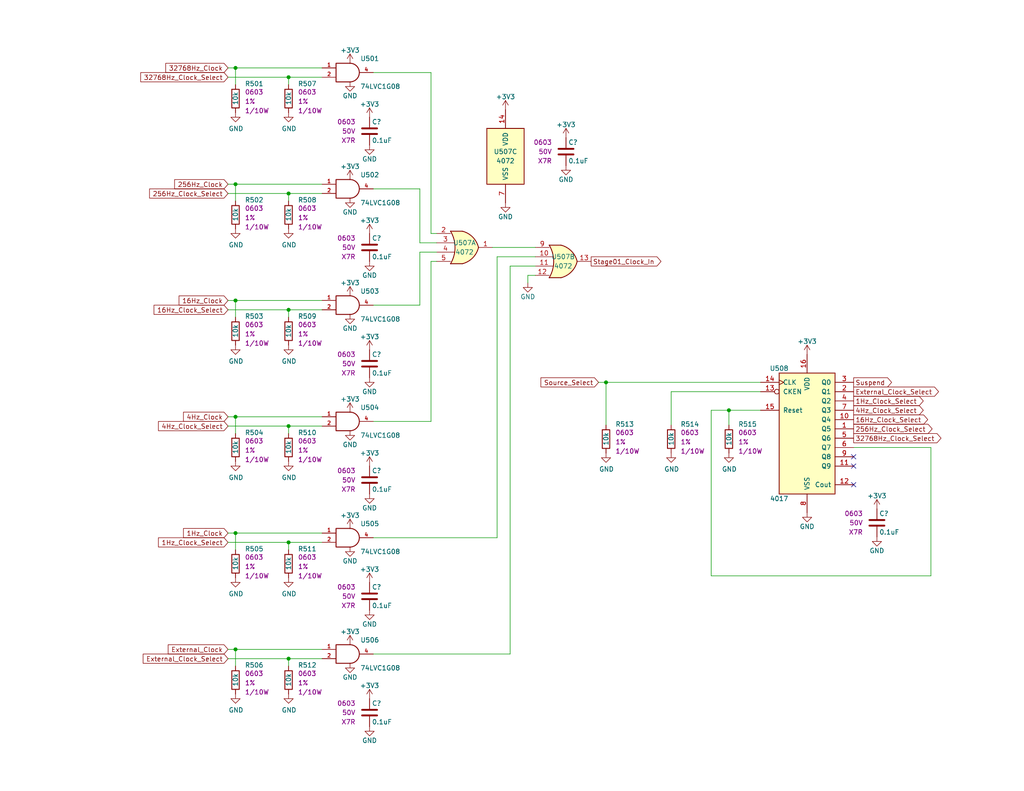
<source format=kicad_sch>
(kicad_sch (version 20230121) (generator eeschema)
  (paper "A")
  (title_block (title "Stopwatch") (date "2024-01-02") (rev "A") (company "Drew Maatman"))
  (lib_symbols
    (symbol "4xxx:4017" (pin_names (offset 1.016))
      (property "Reference" "U" (at -7.62 16.51 0))
      (property "Value" "4017" (at -7.62 -19.05 0))
      (symbol "4017_1_0"
        (pin output line (at 12.7 0 180) (length 5.08) (name "Q5") (number "1"))
        (pin output line (at 12.7 2.54 180) (length 5.08) (name "Q4") (number "10"))
        (pin output line (at 12.7 -10.16 180) (length 5.08) (name "Q9") (number "11"))
        (pin output line (at 12.7 -15.24 180) (length 5.08) (name "Cout") (number "12"))
        (pin input inverted (at -12.7 10.16 0) (length 5.08) (name "CKEN") (number "13"))
        (pin input clock (at -12.7 12.7 0) (length 5.08) (name "CLK") (number "14"))
        (pin input line (at -12.7 5.08 0) (length 5.08) (name "Reset") (number "15"))
        (pin power_in line (at 0 20.32 270) (length 5.08) (name "VDD") (number "16"))
        (pin output line (at 12.7 10.16 180) (length 5.08) (name "Q1") (number "2"))
        (pin output line (at 12.7 12.7 180) (length 5.08) (name "Q0") (number "3"))
        (pin output line (at 12.7 7.62 180) (length 5.08) (name "Q2") (number "4"))
        (pin output line (at 12.7 -2.54 180) (length 5.08) (name "Q6") (number "5"))
        (pin output line (at 12.7 -5.08 180) (length 5.08) (name "Q7") (number "6"))
        (pin output line (at 12.7 5.08 180) (length 5.08) (name "Q3") (number "7"))
        (pin power_in line (at 0 -22.86 90) (length 5.08) (name "VSS") (number "8"))
        (pin output line (at 12.7 -7.62 180) (length 5.08) (name "Q8") (number "9"))
      )
      (symbol "4017_1_1"
        (rectangle (start -7.62 15.24) (end 7.62 -17.78) (stroke (width 0.254)) (fill (type background)))
      )
    )
    (symbol "4xxx:4072" (pin_names (offset 1.016))
      (property "Reference" "U" (at 0 1.27 0))
      (property "Value" "4072" (at 0 -1.27 0))
      (symbol "4072_1_1"
        (arc (start -3.81 -4.445) (mid -2.5908 0) (end -3.81 4.445) (stroke (width 0.254)))
        (arc (start -0.6096 -4.445) (mid 2.2246 -2.8422) (end 3.81 0) (stroke (width 0.254)) (fill (type background)))
        (polyline (pts (xy -3.81 -4.445) (xy -0.635 -4.445)) (stroke (width 0.254)) (fill (type background)))
        (polyline (pts (xy -3.81 4.445) (xy -0.635 4.445)) (stroke (width 0.254)) (fill (type background)))
        (polyline (pts (xy -0.635 4.445) (xy -3.81 4.445) (xy -3.81 4.445) (xy -3.6322 4.0894) (xy -3.0988 2.921) (xy -2.7686 1.6764) (xy -2.6162 0.4318) (xy -2.6416 -0.8636) (xy -2.8702 -2.1082) (xy -3.2512 -3.3274) (xy -3.81 -4.445) (xy -3.81 -4.445) (xy -0.635 -4.445)) (stroke (width -25.4)) (fill (type background)))
        (arc (start 3.81 0) (mid 2.2204 2.8379) (end -0.6096 4.445) (stroke (width 0.254)) (fill (type background)))
        (pin output line (at 7.62 0 180) (length 3.81) (name "~") (number "1"))
        (pin input line (at -7.62 3.81 0) (length 3.81) (name "~") (number "2"))
        (pin input line (at -7.62 1.27 0) (length 4.826) (name "~") (number "3"))
        (pin input line (at -7.62 -1.27 0) (length 4.826) (name "~") (number "4"))
        (pin input line (at -7.62 -3.81 0) (length 3.81) (name "~") (number "5"))
      )
      (symbol "4072_1_2"
        (arc (start -0.635 -4.445) (mid 3.7907 0) (end -0.635 4.445) (stroke (width 0.254)) (fill (type background)))
        (polyline (pts (xy -0.635 4.445) (xy -3.81 4.445) (xy -3.81 -4.445) (xy -0.635 -4.445)) (stroke (width 0.254)) (fill (type background)))
        (pin output inverted (at 7.62 0 180) (length 3.81) (name "~") (number "1"))
        (pin input inverted (at -7.62 3.81 0) (length 3.81) (name "~") (number "2"))
        (pin input inverted (at -7.62 1.27 0) (length 3.81) (name "~") (number "3"))
        (pin input inverted (at -7.62 -1.27 0) (length 3.81) (name "~") (number "4"))
        (pin input inverted (at -7.62 -3.81 0) (length 3.81) (name "~") (number "5"))
      )
      (symbol "4072_2_1"
        (arc (start -3.81 -4.445) (mid -2.5908 0) (end -3.81 4.445) (stroke (width 0.254)))
        (arc (start -0.6096 -4.445) (mid 2.2246 -2.8422) (end 3.81 0) (stroke (width 0.254)) (fill (type background)))
        (polyline (pts (xy -3.81 -4.445) (xy -0.635 -4.445)) (stroke (width 0.254)) (fill (type background)))
        (polyline (pts (xy -3.81 4.445) (xy -0.635 4.445)) (stroke (width 0.254)) (fill (type background)))
        (polyline (pts (xy -0.635 4.445) (xy -3.81 4.445) (xy -3.81 4.445) (xy -3.6322 4.0894) (xy -3.0988 2.921) (xy -2.7686 1.6764) (xy -2.6162 0.4318) (xy -2.6416 -0.8636) (xy -2.8702 -2.1082) (xy -3.2512 -3.3274) (xy -3.81 -4.445) (xy -3.81 -4.445) (xy -0.635 -4.445)) (stroke (width -25.4)) (fill (type background)))
        (arc (start 3.81 0) (mid 2.2204 2.8379) (end -0.6096 4.445) (stroke (width 0.254)) (fill (type background)))
        (pin input line (at -7.62 1.27 0) (length 4.826) (name "~") (number "10"))
        (pin input line (at -7.62 -1.27 0) (length 4.826) (name "~") (number "11"))
        (pin input line (at -7.62 -3.81 0) (length 3.81) (name "~") (number "12"))
        (pin output line (at 7.62 0 180) (length 3.81) (name "~") (number "13"))
        (pin input line (at -7.62 3.81 0) (length 3.81) (name "~") (number "9"))
      )
      (symbol "4072_2_2"
        (arc (start -0.635 -4.445) (mid 3.7907 0) (end -0.635 4.445) (stroke (width 0.254)) (fill (type background)))
        (polyline (pts (xy -0.635 4.445) (xy -3.81 4.445) (xy -3.81 -4.445) (xy -0.635 -4.445)) (stroke (width 0.254)) (fill (type background)))
        (pin input inverted (at -7.62 1.27 0) (length 3.81) (name "~") (number "10"))
        (pin input inverted (at -7.62 -1.27 0) (length 3.81) (name "~") (number "11"))
        (pin input inverted (at -7.62 -3.81 0) (length 3.81) (name "~") (number "12"))
        (pin output inverted (at 7.62 0 180) (length 3.81) (name "~") (number "13"))
        (pin input inverted (at -7.62 3.81 0) (length 3.81) (name "~") (number "9"))
      )
      (symbol "4072_3_0"
        (pin power_in line (at 0 12.7 270) (length 5.08) (name "VDD") (number "14"))
        (pin power_in line (at 0 -12.7 90) (length 5.08) (name "VSS") (number "7"))
      )
      (symbol "4072_3_1"
        (rectangle (start -5.08 7.62) (end 5.08 -7.62) (stroke (width 0.254)) (fill (type background)))
      )
    )
    (symbol "Custom_Library:74LVC1G08_SON6" (pin_names (offset 1.016) hide)
      (property "Reference" "U" (at 3.81 3.81 0))
      (property "Value" "74LVC1G08_SON6" (at 3.81 -3.81 0))
      (symbol "74LVC1G08_SON6_0_1"
        (arc (start 0 -2.54) (mid 2.529 0) (end 0 2.54) (stroke (width 0.254)))
        (polyline (pts (xy 0 -2.54) (xy -3.81 -2.54) (xy -3.81 2.54) (xy 0 2.54)) (stroke (width 0.254)))
      )
      (symbol "74LVC1G08_SON6_1_1"
        (pin input line (at -7.62 1.27 0) (length 3.81) (name "~") (number "1"))
        (pin input line (at -7.62 -1.27 0) (length 3.81) (name "~") (number "2"))
        (pin power_in line (at 0 -2.54 270) (length 0) (name "GND") (number "3"))
        (pin output line (at 6.35 0 180) (length 3.81) (name "~") (number "4"))
        (pin no_connect line (at -2.54 2.54 90) (length 0) hide (name "NC") (number "5"))
        (pin power_in line (at 0 2.54 90) (length 0) (name "VCC") (number "6"))
      )
    )
    (symbol "Custom_Library:C_Custom" (pin_numbers hide) (pin_names (offset 0.254))
      (property "Reference" "C" (at 0.635 2.54 0))
      (property "Value" "C_Custom" (at 0.635 -2.54 0))
      (property "display_footprint" "Foot" (at -3.81 2.54 0))
      (property "Voltage" "V" (at -3.81 0 0))
      (property "Dielectric" "Er" (at -3.81 -2.54 0))
      (symbol "C_Custom_0_1"
        (polyline (pts (xy -2.032 -0.762) (xy 2.032 -0.762)) (stroke (width 0.508)))
        (polyline (pts (xy -2.032 0.762) (xy 2.032 0.762)) (stroke (width 0.508)))
      )
      (symbol "C_Custom_1_1"
        (pin passive line (at 0 3.81 270) (length 2.794) (name "~") (number "1"))
        (pin passive line (at 0 -3.81 90) (length 2.794) (name "~") (number "2"))
      )
    )
    (symbol "Custom_Library:R_Custom" (pin_numbers hide) (pin_names (offset 1.016) hide)
      (property "Reference" "R" (at -2.54 0 90))
      (property "Value" "R_Custom" (at 0 0 90))
      (property "display_footprint" "Foot" (at 2.54 0 90))
      (property "Tolerance" "Tol" (at 5.08 0 90))
      (property "Wattage" "W" (at 7.62 0 90))
      (symbol "R_Custom_0_1"
        (rectangle (start 1.016 2.54) (end -1.016 -2.54) (stroke (width 0.254)))
      )
      (symbol "R_Custom_1_1"
        (pin passive line (at 0 3.81 270) (length 1.27) (name "1") (number "1"))
        (pin passive line (at 0 -3.81 90) (length 1.27) (name "2") (number "2"))
      )
    )
    (symbol "Incrementor-rescue:+3.3V-power" (power) (pin_names (offset 0))
      (property "Value" "+3.3V-power" (at 0 3.556 0))
      (symbol "+3.3V-power_0_1"
        (polyline (pts (xy -0.762 1.27) (xy 0 2.54)))
        (polyline (pts (xy 0 0) (xy 0 2.54)))
        (polyline (pts (xy 0 2.54) (xy 0.762 1.27)))
      )
      (symbol "+3.3V-power_1_1"
        (pin power_in line (at 0 0 90) (length 0) hide (name "+3V3") (number "1"))
      )
    )
    (symbol "power:GND" (power) (pin_names (offset 0))
      (property "Value" "GND" (at 0 -3.81 0))
      (symbol "GND_0_1"
        (polyline (pts (xy 0 0) (xy 0 -1.27) (xy 1.27 -1.27) (xy 0 -2.54) (xy -1.27 -1.27) (xy 0 -1.27)))
      )
      (symbol "GND_1_1"
        (pin power_in line (at 0 0 270) (length 0) hide (name "GND") (number "1"))
      )
    )
  )
  (junction (at 64.262 177.292))
  (junction (at 78.74 179.832))
  (junction (at 78.74 52.832))
  (junction (at 78.74 21.082))
  (junction (at 64.262 50.292))
  (junction (at 165.354 104.394))
  (junction (at 78.74 148.082))
  (junction (at 198.882 112.014))
  (junction (at 64.262 145.542))
  (junction (at 78.74 116.332))
  (junction (at 64.262 18.542))
  (junction (at 64.262 82.042))
  (junction (at 78.74 84.582))
  (junction (at 64.262 113.792))
  (no_connect (at 232.918 124.714))
  (no_connect (at 232.918 127.254))
  (no_connect (at 232.918 132.334))
  (wire (pts (xy 64.262 177.292) (xy 64.262 181.864)))
  (wire (pts (xy 117.602 63.754) (xy 117.602 19.812)))
  (wire (pts (xy 87.884 145.542) (xy 64.262 145.542)))
  (wire (pts (xy 87.884 177.292) (xy 64.262 177.292)))
  (wire (pts (xy 64.262 82.042) (xy 64.262 86.614)))
  (wire (pts (xy 64.262 50.292) (xy 64.262 54.864)))
  (wire (pts (xy 139.192 72.644) (xy 139.192 178.562)))
  (wire (pts (xy 62.23 21.082) (xy 78.74 21.082)))
  (wire (pts (xy 144.018 75.184) (xy 144.018 77.216)))
  (wire (pts (xy 62.23 50.292) (xy 64.262 50.292)))
  (wire (pts (xy 198.882 112.014) (xy 198.882 116.078)))
  (wire (pts (xy 194.056 157.226) (xy 194.056 112.014)))
  (wire (pts (xy 62.23 177.292) (xy 64.262 177.292)))
  (wire (pts (xy 78.74 84.582) (xy 78.74 86.614)))
  (wire (pts (xy 163.322 104.394) (xy 165.354 104.394)))
  (wire (pts (xy 207.518 106.934) (xy 183.134 106.934)))
  (wire (pts (xy 87.884 113.792) (xy 64.262 113.792)))
  (wire (pts (xy 87.884 116.332) (xy 78.74 116.332)))
  (wire (pts (xy 207.518 104.394) (xy 165.354 104.394)))
  (wire (pts (xy 87.884 148.082) (xy 78.74 148.082)))
  (wire (pts (xy 78.74 179.832) (xy 78.74 181.864)))
  (wire (pts (xy 165.354 104.394) (xy 165.354 116.078)))
  (wire (pts (xy 87.884 18.542) (xy 64.262 18.542)))
  (wire (pts (xy 183.134 106.934) (xy 183.134 116.078)))
  (wire (pts (xy 62.23 116.332) (xy 78.74 116.332)))
  (wire (pts (xy 146.05 70.104) (xy 135.636 70.104)))
  (wire (pts (xy 87.884 179.832) (xy 78.74 179.832)))
  (wire (pts (xy 135.636 146.812) (xy 101.854 146.812)))
  (wire (pts (xy 254 122.174) (xy 254 157.226)))
  (wire (pts (xy 135.636 70.104) (xy 135.636 146.812)))
  (wire (pts (xy 117.602 71.374) (xy 117.602 115.062)))
  (wire (pts (xy 62.23 52.832) (xy 78.74 52.832)))
  (wire (pts (xy 119.126 66.294) (xy 114.554 66.294)))
  (wire (pts (xy 62.23 18.542) (xy 64.262 18.542)))
  (wire (pts (xy 146.05 72.644) (xy 139.192 72.644)))
  (wire (pts (xy 114.554 66.294) (xy 114.554 51.562)))
  (wire (pts (xy 62.23 145.542) (xy 64.262 145.542)))
  (wire (pts (xy 117.602 115.062) (xy 101.854 115.062)))
  (wire (pts (xy 87.884 52.832) (xy 78.74 52.832)))
  (wire (pts (xy 64.262 145.542) (xy 64.262 150.114)))
  (wire (pts (xy 78.74 148.082) (xy 78.74 150.114)))
  (wire (pts (xy 114.554 51.562) (xy 101.854 51.562)))
  (wire (pts (xy 254 157.226) (xy 194.056 157.226)))
  (wire (pts (xy 114.554 68.834) (xy 114.554 83.312)))
  (wire (pts (xy 146.05 75.184) (xy 144.018 75.184)))
  (wire (pts (xy 62.23 113.792) (xy 64.262 113.792)))
  (wire (pts (xy 62.23 82.042) (xy 64.262 82.042)))
  (wire (pts (xy 194.056 112.014) (xy 198.882 112.014)))
  (wire (pts (xy 146.05 67.564) (xy 134.366 67.564)))
  (wire (pts (xy 139.192 178.562) (xy 101.854 178.562)))
  (wire (pts (xy 78.74 21.082) (xy 78.74 23.114)))
  (wire (pts (xy 232.918 122.174) (xy 254 122.174)))
  (wire (pts (xy 64.262 18.542) (xy 64.262 23.114)))
  (wire (pts (xy 87.884 21.082) (xy 78.74 21.082)))
  (wire (pts (xy 87.884 84.582) (xy 78.74 84.582)))
  (wire (pts (xy 87.884 82.042) (xy 64.262 82.042)))
  (wire (pts (xy 119.126 68.834) (xy 114.554 68.834)))
  (wire (pts (xy 78.74 116.332) (xy 78.74 118.364)))
  (wire (pts (xy 87.884 50.292) (xy 64.262 50.292)))
  (wire (pts (xy 64.262 113.792) (xy 64.262 118.364)))
  (wire (pts (xy 119.126 63.754) (xy 117.602 63.754)))
  (wire (pts (xy 207.518 112.014) (xy 198.882 112.014)))
  (wire (pts (xy 62.23 148.082) (xy 78.74 148.082)))
  (wire (pts (xy 117.602 19.812) (xy 101.854 19.812)))
  (wire (pts (xy 119.126 71.374) (xy 117.602 71.374)))
  (wire (pts (xy 114.554 83.312) (xy 101.854 83.312)))
  (wire (pts (xy 62.23 179.832) (xy 78.74 179.832)))
  (wire (pts (xy 78.74 52.832) (xy 78.74 54.864)))
  (wire (pts (xy 62.23 84.582) (xy 78.74 84.582)))
  (global_label "4Hz_Clock_Select" (shape input) (at 62.23 116.332 180) (property "Intersheetrefs" "${INTERSHEET_REFS}" (effects hide)))
  (global_label "32768Hz_Clock_Select" (shape output) (at 232.918 119.634 0) (property "Intersheetrefs" "${INTERSHEET_REFS}" (effects hide)))
  (global_label "Suspend" (shape output) (at 232.918 104.394 0) (property "Intersheetrefs" "${INTERSHEET_REFS}" (effects hide)))
  (global_label "1Hz_Clock_Select" (shape input) (at 62.23 148.082 180) (property "Intersheetrefs" "${INTERSHEET_REFS}" (effects hide)))
  (global_label "4Hz_Clock_Select" (shape output) (at 232.918 112.014 0) (property "Intersheetrefs" "${INTERSHEET_REFS}" (effects hide)))
  (global_label "1Hz_Clock" (shape input) (at 62.23 145.542 180) (property "Intersheetrefs" "${INTERSHEET_REFS}" (effects hide)))
  (global_label "External_Clock_Select" (shape output) (at 232.918 106.934 0) (property "Intersheetrefs" "${INTERSHEET_REFS}" (effects hide)))
  (global_label "32768Hz_Clock" (shape input) (at 62.23 18.542 180) (property "Intersheetrefs" "${INTERSHEET_REFS}" (effects hide)))
  (global_label "1Hz_Clock_Select" (shape output) (at 232.918 109.474 0) (property "Intersheetrefs" "${INTERSHEET_REFS}" (effects hide)))
  (global_label "16Hz_Clock" (shape input) (at 62.23 82.042 180) (property "Intersheetrefs" "${INTERSHEET_REFS}" (effects hide)))
  (global_label "Source_Select" (shape input) (at 163.322 104.394 180) (property "Intersheetrefs" "${INTERSHEET_REFS}" (effects hide)))
  (global_label "16Hz_Clock_Select" (shape input) (at 62.23 84.582 180) (property "Intersheetrefs" "${INTERSHEET_REFS}" (effects hide)))
  (global_label "Stage01_Clock_In" (shape output) (at 161.29 71.374 0) (property "Intersheetrefs" "${INTERSHEET_REFS}" (effects hide)))
  (global_label "External_Clock" (shape input) (at 62.23 177.292 180) (property "Intersheetrefs" "${INTERSHEET_REFS}" (effects hide)))
  (global_label "256Hz_Clock_Select" (shape input) (at 62.23 52.832 180) (property "Intersheetrefs" "${INTERSHEET_REFS}" (effects hide)))
  (global_label "External_Clock_Select" (shape input) (at 62.23 179.832 180) (property "Intersheetrefs" "${INTERSHEET_REFS}" (effects hide)))
  (global_label "256Hz_Clock_Select" (shape output) (at 232.918 117.094 0) (property "Intersheetrefs" "${INTERSHEET_REFS}" (effects hide)))
  (global_label "256Hz_Clock" (shape input) (at 62.23 50.292 180) (property "Intersheetrefs" "${INTERSHEET_REFS}" (effects hide)))
  (global_label "16Hz_Clock_Select" (shape output) (at 232.918 114.554 0) (property "Intersheetrefs" "${INTERSHEET_REFS}" (effects hide)))
  (global_label "4Hz_Clock" (shape input) (at 62.23 113.792 180) (property "Intersheetrefs" "${INTERSHEET_REFS}" (effects hide)))
  (global_label "32768Hz_Clock_Select" (shape input) (at 62.23 21.082 180) (property "Intersheetrefs" "${INTERSHEET_REFS}" (effects hide)))
  (symbol (lib_id "4xxx:4017") (at 220.218 117.094 0) (unit 1)
    (property "Reference" "U508" (at 212.598 100.584 0))
    (property "Value" "4017" (at 212.598 136.144 0))
    (property "Footprint" "Custom Footprints Library:DHVQFN16-1ep_3p5x2p5mm" (effects hide))
    (property "Datasheet" "http://www.intersil.com/content/dam/Intersil/documents/cd40/cd4017bms-22bms.pdf" (effects hide))
    (property "Digi-Key PN" "1727-7943-1-ND" (effects hide))
  )
  (symbol (lib_id "power:GND") (at 220.218 139.954 0) (unit 1)
    (property "Reference" "#PWR0546" (effects hide))
    (property "Value" "GND" (at 220.218 143.764 0))
  )
  (symbol (lib_id "Custom_Library:74LVC1G08_SON6") (at 95.504 83.312 0) (unit 1)
    (property "Reference" "U503" (at 98.298 79.502 0) (effects (justify left)))
    (property "Value" "74LVC1G08" (at 98.298 87.122 0) (effects (justify left)))
    (property "Footprint" "Package_SON:Fairchild_MicroPak2-6_1.0x1.0mm_P0.35mm" (effects hide))
    (property "Datasheet" "http://www.ti.com/lit/sg/scyt129e/scyt129e.pdf" (effects hide))
    (property "Digi-Key PN" "296-28375-1-ND" (effects hide))
  )
  (symbol (lib_id "power:GND") (at 95.504 85.852 0) (unit 1)
    (property "Reference" "#PWR0518" (effects hide))
    (property "Value" "GND" (at 95.504 89.662 0))
  )
  (symbol (lib_id "Incrementor-rescue:+3.3V-power") (at 95.504 80.772 0) (unit 1)
    (property "Reference" "#PWR0517" (effects hide))
    (property "Value" "+3.3V" (at 95.504 77.216 0))
  )
  (symbol (lib_id "Custom_Library:R_Custom") (at 78.74 90.424 0) (unit 1)
    (property "Reference" "R509" (at 81.28 86.36 0) (effects (justify left)))
    (property "Value" "10k" (at 78.74 92.202 90) (effects (justify left)))
    (property "Footprint" "Resistors_SMD:R_0603" (effects hide))
    (property "display_footprint" "0603" (at 81.28 88.646 0) (effects (justify left)))
    (property "Tolerance" "1%" (at 81.28 91.186 0) (effects (justify left)))
    (property "Wattage" "1/10W" (at 81.28 93.726 0) (effects (justify left)))
    (property "Digi-Key PN" "RMCF0603FT10K0CT-ND" (effects hide))
    (instances (project "Stopwatch" (path "" (reference "R509") (unit 1)) (path "" (reference "R?") (unit 1))))
  )
  (symbol (lib_id "power:GND") (at 78.74 94.234 0) (unit 1)
    (property "Reference" "#PWR0509" (effects hide))
    (property "Value" "GND" (at 78.867 98.6282 0))
    (instances (project "Stopwatch" (path "" (reference "#PWR0509") (unit 1)) (path "" (reference "#PWR?") (unit 1))))
  )
  (symbol (lib_id "Custom_Library:R_Custom") (at 64.262 90.424 0) (unit 1)
    (property "Reference" "R503" (at 66.802 86.36 0) (effects (justify left)))
    (property "Value" "10k" (at 64.262 92.202 90) (effects (justify left)))
    (property "Footprint" "Resistors_SMD:R_0603" (effects hide))
    (property "display_footprint" "0603" (at 66.802 88.646 0) (effects (justify left)))
    (property "Tolerance" "1%" (at 66.802 91.186 0) (effects (justify left)))
    (property "Wattage" "1/10W" (at 66.802 93.726 0) (effects (justify left)))
    (property "Digi-Key PN" "RMCF0603FT10K0CT-ND" (effects hide))
    (instances (project "Stopwatch" (path "" (reference "R503") (unit 1)) (path "" (reference "R?") (unit 1))))
  )
  (symbol (lib_id "power:GND") (at 64.262 94.234 0) (unit 1)
    (property "Reference" "#PWR0503" (effects hide))
    (property "Value" "GND" (at 64.389 98.6282 0))
    (instances (project "Stopwatch" (path "" (reference "#PWR0503") (unit 1)) (path "" (reference "#PWR?") (unit 1))))
  )
  (symbol (lib_id "Custom_Library:C_Custom") (at 100.838 99.314 0) (unit 1)
    (property "Reference" "C?" (at 101.473 96.774 0) (effects (justify left)))
    (property "Value" "0.1uF" (at 101.473 101.854 0) (effects (justify left)))
    (property "Footprint" "Capacitors_SMD:C_0603" (effects hide))
    (property "display_footprint" "0603" (at 97.028 96.774 0) (effects (justify right)))
    (property "Voltage" "50V" (at 97.028 99.314 0) (effects (justify right)))
    (property "Dielectric" "X7R" (at 97.028 101.854 0) (effects (justify right)))
    (property "Digi-Key PN" "311-1344-1-ND" (effects hide))
    (instances (project "Stopwatch" (path "" (reference "C?") (unit 1)) (path "" (reference "C?") (unit 1)) (path "" (reference "C503") (unit 1))))
  )
  (symbol (lib_id "power:GND") (at 100.838 103.124 0) (unit 1)
    (property "Reference" "#PWR0530" (effects hide))
    (property "Value" "GND" (at 100.838 106.934 0))
  )
  (symbol (lib_id "Incrementor-rescue:+3.3V-power") (at 100.838 95.504 0) (unit 1)
    (property "Reference" "#PWR0529" (effects hide))
    (property "Value" "+3.3V" (at 100.838 91.948 0))
  )
  (symbol (lib_id "Incrementor-rescue:+3.3V-power") (at 220.218 96.774 0) (unit 1)
    (property "Reference" "#PWR0545" (effects hide))
    (property "Value" "+3.3V" (at 220.218 93.218 0))
  )
  (symbol (lib_id "Custom_Library:R_Custom") (at 198.882 119.888 0) (unit 1)
    (property "Reference" "R515" (at 201.422 115.824 0) (effects (justify left)))
    (property "Value" "10k" (at 198.882 121.666 90) (effects (justify left)))
    (property "Footprint" "Resistors_SMD:R_0603" (effects hide))
    (property "display_footprint" "0603" (at 201.422 118.11 0) (effects (justify left)))
    (property "Tolerance" "1%" (at 201.422 120.65 0) (effects (justify left)))
    (property "Wattage" "1/10W" (at 201.422 123.19 0) (effects (justify left)))
    (property "Digi-Key PN" "RMCF0603FT10K0CT-ND" (effects hide))
    (instances (project "Stopwatch" (path "" (reference "R515") (unit 1)) (path "" (reference "R?") (unit 1))))
  )
  (symbol (lib_id "power:GND") (at 198.882 123.698 0) (unit 1)
    (property "Reference" "#PWR0544" (effects hide))
    (property "Value" "GND" (at 199.009 128.0922 0))
    (instances (project "Stopwatch" (path "" (reference "#PWR0544") (unit 1)) (path "" (reference "#PWR?") (unit 1))))
  )
  (symbol (lib_id "Custom_Library:R_Custom") (at 183.134 119.888 0) (unit 1)
    (property "Reference" "R514" (at 185.674 115.824 0) (effects (justify left)))
    (property "Value" "10k" (at 183.134 121.666 90) (effects (justify left)))
    (property "Footprint" "Resistors_SMD:R_0603" (effects hide))
    (property "display_footprint" "0603" (at 185.674 118.11 0) (effects (justify left)))
    (property "Tolerance" "1%" (at 185.674 120.65 0) (effects (justify left)))
    (property "Wattage" "1/10W" (at 185.674 123.19 0) (effects (justify left)))
    (property "Digi-Key PN" "RMCF0603FT10K0CT-ND" (effects hide))
    (instances (project "Stopwatch" (path "" (reference "R514") (unit 1)) (path "" (reference "R?") (unit 1))))
  )
  (symbol (lib_id "power:GND") (at 183.134 123.698 0) (unit 1)
    (property "Reference" "#PWR0543" (effects hide))
    (property "Value" "GND" (at 183.261 128.0922 0))
    (instances (project "Stopwatch" (path "" (reference "#PWR0543") (unit 1)) (path "" (reference "#PWR?") (unit 1))))
  )
  (symbol (lib_id "Custom_Library:R_Custom") (at 165.354 119.888 0) (unit 1)
    (property "Reference" "R513" (at 167.894 115.824 0) (effects (justify left)))
    (property "Value" "10k" (at 165.354 121.666 90) (effects (justify left)))
    (property "Footprint" "Resistors_SMD:R_0603" (effects hide))
    (property "display_footprint" "0603" (at 167.894 118.11 0) (effects (justify left)))
    (property "Tolerance" "1%" (at 167.894 120.65 0) (effects (justify left)))
    (property "Wattage" "1/10W" (at 167.894 123.19 0) (effects (justify left)))
    (property "Digi-Key PN" "RMCF0603FT10K0CT-ND" (effects hide))
    (instances (project "Stopwatch" (path "" (reference "R513") (unit 1)) (path "" (reference "R?") (unit 1))))
  )
  (symbol (lib_id "power:GND") (at 165.354 123.698 0) (unit 1)
    (property "Reference" "#PWR0542" (effects hide))
    (property "Value" "GND" (at 165.481 128.0922 0))
    (instances (project "Stopwatch" (path "" (reference "#PWR0542") (unit 1)) (path "" (reference "#PWR?") (unit 1))))
  )
  (symbol (lib_id "Custom_Library:74LVC1G08_SON6") (at 95.504 115.062 0) (unit 1)
    (property "Reference" "U504" (at 98.298 111.252 0) (effects (justify left)))
    (property "Value" "74LVC1G08" (at 98.298 118.872 0) (effects (justify left)))
    (property "Footprint" "Package_SON:Fairchild_MicroPak2-6_1.0x1.0mm_P0.35mm" (effects hide))
    (property "Datasheet" "http://www.ti.com/lit/sg/scyt129e/scyt129e.pdf" (effects hide))
    (property "Digi-Key PN" "296-28375-1-ND" (effects hide))
  )
  (symbol (lib_id "power:GND") (at 95.504 117.602 0) (unit 1)
    (property "Reference" "#PWR0520" (effects hide))
    (property "Value" "GND" (at 95.504 121.412 0))
  )
  (symbol (lib_id "Incrementor-rescue:+3.3V-power") (at 95.504 112.522 0) (unit 1)
    (property "Reference" "#PWR0519" (effects hide))
    (property "Value" "+3.3V" (at 95.504 108.966 0))
  )
  (symbol (lib_id "Custom_Library:R_Custom") (at 78.74 122.174 0) (unit 1)
    (property "Reference" "R510" (at 81.28 118.11 0) (effects (justify left)))
    (property "Value" "10k" (at 78.74 123.952 90) (effects (justify left)))
    (property "Footprint" "Resistors_SMD:R_0603" (effects hide))
    (property "display_footprint" "0603" (at 81.28 120.396 0) (effects (justify left)))
    (property "Tolerance" "1%" (at 81.28 122.936 0) (effects (justify left)))
    (property "Wattage" "1/10W" (at 81.28 125.476 0) (effects (justify left)))
    (property "Digi-Key PN" "RMCF0603FT10K0CT-ND" (effects hide))
    (instances (project "Stopwatch" (path "" (reference "R510") (unit 1)) (path "" (reference "R?") (unit 1))))
  )
  (symbol (lib_id "power:GND") (at 78.74 125.984 0) (unit 1)
    (property "Reference" "#PWR0510" (effects hide))
    (property "Value" "GND" (at 78.867 130.3782 0))
    (instances (project "Stopwatch" (path "" (reference "#PWR0510") (unit 1)) (path "" (reference "#PWR?") (unit 1))))
  )
  (symbol (lib_id "Custom_Library:R_Custom") (at 64.262 122.174 0) (unit 1)
    (property "Reference" "R504" (at 66.802 118.11 0) (effects (justify left)))
    (property "Value" "10k" (at 64.262 123.952 90) (effects (justify left)))
    (property "Footprint" "Resistors_SMD:R_0603" (effects hide))
    (property "display_footprint" "0603" (at 66.802 120.396 0) (effects (justify left)))
    (property "Tolerance" "1%" (at 66.802 122.936 0) (effects (justify left)))
    (property "Wattage" "1/10W" (at 66.802 125.476 0) (effects (justify left)))
    (property "Digi-Key PN" "RMCF0603FT10K0CT-ND" (effects hide))
    (instances (project "Stopwatch" (path "" (reference "R504") (unit 1)) (path "" (reference "R?") (unit 1))))
  )
  (symbol (lib_id "power:GND") (at 64.262 125.984 0) (unit 1)
    (property "Reference" "#PWR0504" (effects hide))
    (property "Value" "GND" (at 64.389 130.3782 0))
    (instances (project "Stopwatch" (path "" (reference "#PWR0504") (unit 1)) (path "" (reference "#PWR?") (unit 1))))
  )
  (symbol (lib_id "Custom_Library:C_Custom") (at 100.838 131.064 0) (unit 1)
    (property "Reference" "C?" (at 101.473 128.524 0) (effects (justify left)))
    (property "Value" "0.1uF" (at 101.473 133.604 0) (effects (justify left)))
    (property "Footprint" "Capacitors_SMD:C_0603" (effects hide))
    (property "display_footprint" "0603" (at 97.028 128.524 0) (effects (justify right)))
    (property "Voltage" "50V" (at 97.028 131.064 0) (effects (justify right)))
    (property "Dielectric" "X7R" (at 97.028 133.604 0) (effects (justify right)))
    (property "Digi-Key PN" "311-1344-1-ND" (effects hide))
    (instances (project "Stopwatch" (path "" (reference "C?") (unit 1)) (path "" (reference "C?") (unit 1)) (path "" (reference "C504") (unit 1))))
  )
  (symbol (lib_id "power:GND") (at 100.838 134.874 0) (unit 1)
    (property "Reference" "#PWR0532" (effects hide))
    (property "Value" "GND" (at 100.838 138.684 0))
  )
  (symbol (lib_id "Incrementor-rescue:+3.3V-power") (at 100.838 127.254 0) (unit 1)
    (property "Reference" "#PWR0531" (effects hide))
    (property "Value" "+3.3V" (at 100.838 123.698 0))
  )
  (symbol (lib_id "Custom_Library:74LVC1G08_SON6") (at 95.504 19.812 0) (unit 1)
    (property "Reference" "U501" (at 98.298 16.002 0) (effects (justify left)))
    (property "Value" "74LVC1G08" (at 98.298 23.622 0) (effects (justify left)))
    (property "Footprint" "Package_SON:Fairchild_MicroPak2-6_1.0x1.0mm_P0.35mm" (effects hide))
    (property "Datasheet" "http://www.ti.com/lit/sg/scyt129e/scyt129e.pdf" (effects hide))
    (property "Digi-Key PN" "296-28375-1-ND" (effects hide))
  )
  (symbol (lib_id "power:GND") (at 95.504 22.352 0) (unit 1)
    (property "Reference" "#PWR0514" (effects hide))
    (property "Value" "GND" (at 95.504 26.162 0))
  )
  (symbol (lib_id "Incrementor-rescue:+3.3V-power") (at 95.504 17.272 0) (unit 1)
    (property "Reference" "#PWR0513" (effects hide))
    (property "Value" "+3.3V" (at 95.504 13.716 0))
  )
  (symbol (lib_id "Custom_Library:R_Custom") (at 78.74 26.924 0) (unit 1)
    (property "Reference" "R507" (at 81.28 22.86 0) (effects (justify left)))
    (property "Value" "10k" (at 78.74 28.702 90) (effects (justify left)))
    (property "Footprint" "Resistors_SMD:R_0603" (effects hide))
    (property "display_footprint" "0603" (at 81.28 25.146 0) (effects (justify left)))
    (property "Tolerance" "1%" (at 81.28 27.686 0) (effects (justify left)))
    (property "Wattage" "1/10W" (at 81.28 30.226 0) (effects (justify left)))
    (property "Digi-Key PN" "RMCF0603FT10K0CT-ND" (effects hide))
    (instances (project "Stopwatch" (path "" (reference "R507") (unit 1)) (path "" (reference "R?") (unit 1))))
  )
  (symbol (lib_id "power:GND") (at 78.74 30.734 0) (unit 1)
    (property "Reference" "#PWR0507" (effects hide))
    (property "Value" "GND" (at 78.867 35.1282 0))
    (instances (project "Stopwatch" (path "" (reference "#PWR0507") (unit 1)) (path "" (reference "#PWR?") (unit 1))))
  )
  (symbol (lib_id "Custom_Library:R_Custom") (at 64.262 26.924 0) (unit 1)
    (property "Reference" "R501" (at 66.802 22.86 0) (effects (justify left)))
    (property "Value" "10k" (at 64.262 28.702 90) (effects (justify left)))
    (property "Footprint" "Resistors_SMD:R_0603" (effects hide))
    (property "display_footprint" "0603" (at 66.802 25.146 0) (effects (justify left)))
    (property "Tolerance" "1%" (at 66.802 27.686 0) (effects (justify left)))
    (property "Wattage" "1/10W" (at 66.802 30.226 0) (effects (justify left)))
    (property "Digi-Key PN" "RMCF0603FT10K0CT-ND" (effects hide))
    (instances (project "Stopwatch" (path "" (reference "R501") (unit 1)) (path "" (reference "R?") (unit 1))))
  )
  (symbol (lib_id "power:GND") (at 64.262 30.734 0) (unit 1)
    (property "Reference" "#PWR0501" (effects hide))
    (property "Value" "GND" (at 64.389 35.1282 0))
    (instances (project "Stopwatch" (path "" (reference "#PWR0501") (unit 1)) (path "" (reference "#PWR?") (unit 1))))
  )
  (symbol (lib_id "Custom_Library:74LVC1G08_SON6") (at 95.504 146.812 0) (unit 1)
    (property "Reference" "U505" (at 98.298 143.002 0) (effects (justify left)))
    (property "Value" "74LVC1G08" (at 98.298 150.622 0) (effects (justify left)))
    (property "Footprint" "Package_SON:Fairchild_MicroPak2-6_1.0x1.0mm_P0.35mm" (effects hide))
    (property "Datasheet" "http://www.ti.com/lit/sg/scyt129e/scyt129e.pdf" (effects hide))
    (property "Digi-Key PN" "296-28375-1-ND" (effects hide))
  )
  (symbol (lib_id "power:GND") (at 95.504 149.352 0) (unit 1)
    (property "Reference" "#PWR0522" (effects hide))
    (property "Value" "GND" (at 95.504 153.162 0))
  )
  (symbol (lib_id "Incrementor-rescue:+3.3V-power") (at 95.504 144.272 0) (unit 1)
    (property "Reference" "#PWR0521" (effects hide))
    (property "Value" "+3.3V" (at 95.504 140.716 0))
  )
  (symbol (lib_id "Custom_Library:R_Custom") (at 78.74 153.924 0) (unit 1)
    (property "Reference" "R511" (at 81.28 149.86 0) (effects (justify left)))
    (property "Value" "10k" (at 78.74 155.702 90) (effects (justify left)))
    (property "Footprint" "Resistors_SMD:R_0603" (effects hide))
    (property "display_footprint" "0603" (at 81.28 152.146 0) (effects (justify left)))
    (property "Tolerance" "1%" (at 81.28 154.686 0) (effects (justify left)))
    (property "Wattage" "1/10W" (at 81.28 157.226 0) (effects (justify left)))
    (property "Digi-Key PN" "RMCF0603FT10K0CT-ND" (effects hide))
    (instances (project "Stopwatch" (path "" (reference "R511") (unit 1)) (path "" (reference "R?") (unit 1))))
  )
  (symbol (lib_id "power:GND") (at 78.74 157.734 0) (unit 1)
    (property "Reference" "#PWR0511" (effects hide))
    (property "Value" "GND" (at 78.867 162.1282 0))
    (instances (project "Stopwatch" (path "" (reference "#PWR0511") (unit 1)) (path "" (reference "#PWR?") (unit 1))))
  )
  (symbol (lib_id "Custom_Library:R_Custom") (at 64.262 153.924 0) (unit 1)
    (property "Reference" "R505" (at 66.802 149.86 0) (effects (justify left)))
    (property "Value" "10k" (at 64.262 155.702 90) (effects (justify left)))
    (property "Footprint" "Resistors_SMD:R_0603" (effects hide))
    (property "display_footprint" "0603" (at 66.802 152.146 0) (effects (justify left)))
    (property "Tolerance" "1%" (at 66.802 154.686 0) (effects (justify left)))
    (property "Wattage" "1/10W" (at 66.802 157.226 0) (effects (justify left)))
    (property "Digi-Key PN" "RMCF0603FT10K0CT-ND" (effects hide))
    (instances (project "Stopwatch" (path "" (reference "R505") (unit 1)) (path "" (reference "R?") (unit 1))))
  )
  (symbol (lib_id "power:GND") (at 64.262 157.734 0) (unit 1)
    (property "Reference" "#PWR0505" (effects hide))
    (property "Value" "GND" (at 64.389 162.1282 0))
    (instances (project "Stopwatch" (path "" (reference "#PWR0505") (unit 1)) (path "" (reference "#PWR?") (unit 1))))
  )
  (symbol (lib_id "Custom_Library:C_Custom") (at 100.838 162.814 0) (unit 1)
    (property "Reference" "C?" (at 101.473 160.274 0) (effects (justify left)))
    (property "Value" "0.1uF" (at 101.473 165.354 0) (effects (justify left)))
    (property "Footprint" "Capacitors_SMD:C_0603" (effects hide))
    (property "display_footprint" "0603" (at 97.028 160.274 0) (effects (justify right)))
    (property "Voltage" "50V" (at 97.028 162.814 0) (effects (justify right)))
    (property "Dielectric" "X7R" (at 97.028 165.354 0) (effects (justify right)))
    (property "Digi-Key PN" "311-1344-1-ND" (effects hide))
    (instances (project "Stopwatch" (path "" (reference "C?") (unit 1)) (path "" (reference "C?") (unit 1)) (path "" (reference "C505") (unit 1))))
  )
  (symbol (lib_id "power:GND") (at 100.838 166.624 0) (unit 1)
    (property "Reference" "#PWR0534" (effects hide))
    (property "Value" "GND" (at 100.838 170.434 0))
  )
  (symbol (lib_id "Incrementor-rescue:+3.3V-power") (at 100.838 159.004 0) (unit 1)
    (property "Reference" "#PWR0533" (effects hide))
    (property "Value" "+3.3V" (at 100.838 155.448 0))
  )
  (symbol (lib_id "Custom_Library:C_Custom") (at 100.838 35.814 0) (unit 1)
    (property "Reference" "C?" (at 101.473 33.274 0) (effects (justify left)))
    (property "Value" "0.1uF" (at 101.473 38.354 0) (effects (justify left)))
    (property "Footprint" "Capacitors_SMD:C_0603" (effects hide))
    (property "display_footprint" "0603" (at 97.028 33.274 0) (effects (justify right)))
    (property "Voltage" "50V" (at 97.028 35.814 0) (effects (justify right)))
    (property "Dielectric" "X7R" (at 97.028 38.354 0) (effects (justify right)))
    (property "Digi-Key PN" "311-1344-1-ND" (effects hide))
    (instances (project "Stopwatch" (path "" (reference "C?") (unit 1)) (path "" (reference "C?") (unit 1)) (path "" (reference "C501") (unit 1))))
  )
  (symbol (lib_id "power:GND") (at 100.838 39.624 0) (unit 1)
    (property "Reference" "#PWR0526" (effects hide))
    (property "Value" "GND" (at 100.838 43.434 0))
  )
  (symbol (lib_id "Incrementor-rescue:+3.3V-power") (at 100.838 32.004 0) (unit 1)
    (property "Reference" "#PWR0525" (effects hide))
    (property "Value" "+3.3V" (at 100.838 28.448 0))
  )
  (symbol (lib_id "Custom_Library:C_Custom") (at 239.268 142.748 0) (unit 1)
    (property "Reference" "C?" (at 239.903 140.208 0) (effects (justify left)))
    (property "Value" "0.1uF" (at 239.903 145.288 0) (effects (justify left)))
    (property "Footprint" "Capacitors_SMD:C_0603" (effects hide))
    (property "display_footprint" "0603" (at 235.458 140.208 0) (effects (justify right)))
    (property "Voltage" "50V" (at 235.458 142.748 0) (effects (justify right)))
    (property "Dielectric" "X7R" (at 235.458 145.288 0) (effects (justify right)))
    (property "Digi-Key PN" "311-1344-1-ND" (effects hide))
    (instances (project "Stopwatch" (path "" (reference "C?") (unit 1)) (path "" (reference "C?") (unit 1)) (path "" (reference "C508") (unit 1))))
  )
  (symbol (lib_id "power:GND") (at 239.268 146.558 0) (unit 1)
    (property "Reference" "#PWR0548" (effects hide))
    (property "Value" "GND" (at 239.268 150.368 0))
  )
  (symbol (lib_id "Incrementor-rescue:+3.3V-power") (at 239.268 138.938 0) (unit 1)
    (property "Reference" "#PWR0547" (effects hide))
    (property "Value" "+3.3V" (at 239.268 135.382 0))
  )
  (symbol (lib_id "Custom_Library:74LVC1G08_SON6") (at 95.504 51.562 0) (unit 1)
    (property "Reference" "U502" (at 98.298 47.752 0) (effects (justify left)))
    (property "Value" "74LVC1G08" (at 98.298 55.372 0) (effects (justify left)))
    (property "Footprint" "Package_SON:Fairchild_MicroPak2-6_1.0x1.0mm_P0.35mm" (effects hide))
    (property "Datasheet" "http://www.ti.com/lit/sg/scyt129e/scyt129e.pdf" (effects hide))
    (property "Digi-Key PN" "296-28375-1-ND" (effects hide))
  )
  (symbol (lib_id "power:GND") (at 95.504 54.102 0) (unit 1)
    (property "Reference" "#PWR0516" (effects hide))
    (property "Value" "GND" (at 95.504 57.912 0))
  )
  (symbol (lib_id "Incrementor-rescue:+3.3V-power") (at 95.504 49.022 0) (unit 1)
    (property "Reference" "#PWR0515" (effects hide))
    (property "Value" "+3.3V" (at 95.504 45.466 0))
  )
  (symbol (lib_id "Custom_Library:R_Custom") (at 78.74 58.674 0) (unit 1)
    (property "Reference" "R508" (at 81.28 54.61 0) (effects (justify left)))
    (property "Value" "10k" (at 78.74 60.452 90) (effects (justify left)))
    (property "Footprint" "Resistors_SMD:R_0603" (effects hide))
    (property "display_footprint" "0603" (at 81.28 56.896 0) (effects (justify left)))
    (property "Tolerance" "1%" (at 81.28 59.436 0) (effects (justify left)))
    (property "Wattage" "1/10W" (at 81.28 61.976 0) (effects (justify left)))
    (property "Digi-Key PN" "RMCF0603FT10K0CT-ND" (effects hide))
    (instances (project "Stopwatch" (path "" (reference "R508") (unit 1)) (path "" (reference "R?") (unit 1))))
  )
  (symbol (lib_id "power:GND") (at 78.74 62.484 0) (unit 1)
    (property "Reference" "#PWR0508" (effects hide))
    (property "Value" "GND" (at 78.867 66.8782 0))
    (instances (project "Stopwatch" (path "" (reference "#PWR0508") (unit 1)) (path "" (reference "#PWR?") (unit 1))))
  )
  (symbol (lib_id "Custom_Library:R_Custom") (at 64.262 58.674 0) (unit 1)
    (property "Reference" "R502" (at 66.802 54.61 0) (effects (justify left)))
    (property "Value" "10k" (at 64.262 60.452 90) (effects (justify left)))
    (property "Footprint" "Resistors_SMD:R_0603" (effects hide))
    (property "display_footprint" "0603" (at 66.802 56.896 0) (effects (justify left)))
    (property "Tolerance" "1%" (at 66.802 59.436 0) (effects (justify left)))
    (property "Wattage" "1/10W" (at 66.802 61.976 0) (effects (justify left)))
    (property "Digi-Key PN" "RMCF0603FT10K0CT-ND" (effects hide))
    (instances (project "Stopwatch" (path "" (reference "R502") (unit 1)) (path "" (reference "R?") (unit 1))))
  )
  (symbol (lib_id "power:GND") (at 64.262 62.484 0) (unit 1)
    (property "Reference" "#PWR0502" (effects hide))
    (property "Value" "GND" (at 64.389 66.8782 0))
    (instances (project "Stopwatch" (path "" (reference "#PWR0502") (unit 1)) (path "" (reference "#PWR?") (unit 1))))
  )
  (symbol (lib_id "Custom_Library:C_Custom") (at 100.838 67.564 0) (unit 1)
    (property "Reference" "C?" (at 101.473 65.024 0) (effects (justify left)))
    (property "Value" "0.1uF" (at 101.473 70.104 0) (effects (justify left)))
    (property "Footprint" "Capacitors_SMD:C_0603" (effects hide))
    (property "display_footprint" "0603" (at 97.028 65.024 0) (effects (justify right)))
    (property "Voltage" "50V" (at 97.028 67.564 0) (effects (justify right)))
    (property "Dielectric" "X7R" (at 97.028 70.104 0) (effects (justify right)))
    (property "Digi-Key PN" "311-1344-1-ND" (effects hide))
    (instances (project "Stopwatch" (path "" (reference "C?") (unit 1)) (path "" (reference "C?") (unit 1)) (path "" (reference "C502") (unit 1))))
  )
  (symbol (lib_id "power:GND") (at 100.838 71.374 0) (unit 1)
    (property "Reference" "#PWR0528" (effects hide))
    (property "Value" "GND" (at 100.838 75.184 0))
  )
  (symbol (lib_id "Incrementor-rescue:+3.3V-power") (at 100.838 63.754 0) (unit 1)
    (property "Reference" "#PWR0527" (effects hide))
    (property "Value" "+3.3V" (at 100.838 60.198 0))
  )
  (symbol (lib_id "Custom_Library:74LVC1G08_SON6") (at 95.504 178.562 0) (unit 1)
    (property "Reference" "U506" (at 98.298 174.752 0) (effects (justify left)))
    (property "Value" "74LVC1G08" (at 98.298 182.372 0) (effects (justify left)))
    (property "Footprint" "Package_SON:Fairchild_MicroPak2-6_1.0x1.0mm_P0.35mm" (effects hide))
    (property "Datasheet" "http://www.ti.com/lit/sg/scyt129e/scyt129e.pdf" (effects hide))
    (property "Digi-Key PN" "296-28375-1-ND" (effects hide))
  )
  (symbol (lib_id "power:GND") (at 95.504 181.102 0) (unit 1)
    (property "Reference" "#PWR0524" (effects hide))
    (property "Value" "GND" (at 95.504 184.912 0))
  )
  (symbol (lib_id "Incrementor-rescue:+3.3V-power") (at 95.504 176.022 0) (unit 1)
    (property "Reference" "#PWR0523" (effects hide))
    (property "Value" "+3.3V" (at 95.504 172.466 0))
  )
  (symbol (lib_id "Custom_Library:R_Custom") (at 78.74 185.674 0) (unit 1)
    (property "Reference" "R512" (at 81.28 181.61 0) (effects (justify left)))
    (property "Value" "10k" (at 78.74 187.452 90) (effects (justify left)))
    (property "Footprint" "Resistors_SMD:R_0603" (effects hide))
    (property "display_footprint" "0603" (at 81.28 183.896 0) (effects (justify left)))
    (property "Tolerance" "1%" (at 81.28 186.436 0) (effects (justify left)))
    (property "Wattage" "1/10W" (at 81.28 188.976 0) (effects (justify left)))
    (property "Digi-Key PN" "RMCF0603FT10K0CT-ND" (effects hide))
    (instances (project "Stopwatch" (path "" (reference "R512") (unit 1)) (path "" (reference "R?") (unit 1))))
  )
  (symbol (lib_id "power:GND") (at 78.74 189.484 0) (unit 1)
    (property "Reference" "#PWR0512" (effects hide))
    (property "Value" "GND" (at 78.867 193.8782 0))
    (instances (project "Stopwatch" (path "" (reference "#PWR0512") (unit 1)) (path "" (reference "#PWR?") (unit 1))))
  )
  (symbol (lib_id "Custom_Library:R_Custom") (at 64.262 185.674 0) (unit 1)
    (property "Reference" "R506" (at 66.802 181.61 0) (effects (justify left)))
    (property "Value" "10k" (at 64.262 187.452 90) (effects (justify left)))
    (property "Footprint" "Resistors_SMD:R_0603" (effects hide))
    (property "display_footprint" "0603" (at 66.802 183.896 0) (effects (justify left)))
    (property "Tolerance" "1%" (at 66.802 186.436 0) (effects (justify left)))
    (property "Wattage" "1/10W" (at 66.802 188.976 0) (effects (justify left)))
    (property "Digi-Key PN" "RMCF0603FT10K0CT-ND" (effects hide))
    (instances (project "Stopwatch" (path "" (reference "R506") (unit 1)) (path "" (reference "R?") (unit 1))))
  )
  (symbol (lib_id "power:GND") (at 64.262 189.484 0) (unit 1)
    (property "Reference" "#PWR0506" (effects hide))
    (property "Value" "GND" (at 64.389 193.8782 0))
    (instances (project "Stopwatch" (path "" (reference "#PWR0506") (unit 1)) (path "" (reference "#PWR?") (unit 1))))
  )
  (symbol (lib_id "Custom_Library:C_Custom") (at 100.838 194.564 0) (unit 1)
    (property "Reference" "C?" (at 101.473 192.024 0) (effects (justify left)))
    (property "Value" "0.1uF" (at 101.473 197.104 0) (effects (justify left)))
    (property "Footprint" "Capacitors_SMD:C_0603" (effects hide))
    (property "display_footprint" "0603" (at 97.028 192.024 0) (effects (justify right)))
    (property "Voltage" "50V" (at 97.028 194.564 0) (effects (justify right)))
    (property "Dielectric" "X7R" (at 97.028 197.104 0) (effects (justify right)))
    (property "Digi-Key PN" "311-1344-1-ND" (effects hide))
    (instances (project "Stopwatch" (path "" (reference "C?") (unit 1)) (path "" (reference "C?") (unit 1)) (path "" (reference "C506") (unit 1))))
  )
  (symbol (lib_id "power:GND") (at 100.838 198.374 0) (unit 1)
    (property "Reference" "#PWR0536" (effects hide))
    (property "Value" "GND" (at 100.838 202.184 0))
  )
  (symbol (lib_id "Incrementor-rescue:+3.3V-power") (at 100.838 190.754 0) (unit 1)
    (property "Reference" "#PWR0535" (effects hide))
    (property "Value" "+3.3V" (at 100.838 187.198 0))
  )
  (symbol (lib_id "4xxx:4072") (at 153.67 71.374 0) (unit 2)
    (property "Reference" "U507" (at 153.67 70.104 0))
    (property "Value" "4072" (at 153.67 72.644 0))
    (property "Footprint" "Housings_SSOP:TSSOP-14_4.4x5mm_Pitch0.65mm" (effects hide))
    (property "Datasheet" "http://www.intersil.com/content/dam/Intersil/documents/cd40/cd4071bms-72bms-75bms.pdf" (effects hide))
    (property "Digi-Key PN" "296-32907-5-ND" (effects hide))
  )
  (symbol (lib_id "power:GND") (at 144.018 77.216 0) (unit 1)
    (property "Reference" "#PWR0539" (effects hide))
    (property "Value" "GND" (at 144.018 81.026 0))
  )
  (symbol (lib_id "4xxx:4072") (at 137.922 42.672 0) (unit 3)
    (property "Reference" "U507" (at 137.922 41.402 0))
    (property "Value" "4072" (at 137.922 43.942 0))
    (property "Footprint" "Housings_SSOP:TSSOP-14_4.4x5mm_Pitch0.65mm" (effects hide))
    (property "Datasheet" "http://www.intersil.com/content/dam/Intersil/documents/cd40/cd4071bms-72bms-75bms.pdf" (effects hide))
    (property "Digi-Key PN" "296-32907-5-ND" (effects hide))
  )
  (symbol (lib_id "power:GND") (at 137.922 55.372 0) (unit 1)
    (property "Reference" "#PWR0538" (effects hide))
    (property "Value" "GND" (at 137.922 59.182 0))
  )
  (symbol (lib_id "Incrementor-rescue:+3.3V-power") (at 137.922 29.972 0) (unit 1)
    (property "Reference" "#PWR0537" (effects hide))
    (property "Value" "+3.3V" (at 137.922 26.416 0))
  )
  (symbol (lib_id "Custom_Library:C_Custom") (at 154.432 41.402 0) (unit 1)
    (property "Reference" "C?" (at 155.067 38.862 0) (effects (justify left)))
    (property "Value" "0.1uF" (at 155.067 43.942 0) (effects (justify left)))
    (property "Footprint" "Capacitors_SMD:C_0603" (effects hide))
    (property "display_footprint" "0603" (at 150.622 38.862 0) (effects (justify right)))
    (property "Voltage" "50V" (at 150.622 41.402 0) (effects (justify right)))
    (property "Dielectric" "X7R" (at 150.622 43.942 0) (effects (justify right)))
    (property "Digi-Key PN" "311-1344-1-ND" (effects hide))
    (instances (project "Stopwatch" (path "" (reference "C?") (unit 1)) (path "" (reference "C?") (unit 1)) (path "" (reference "C507") (unit 1))))
  )
  (symbol (lib_id "power:GND") (at 154.432 45.212 0) (unit 1)
    (property "Reference" "#PWR0541" (effects hide))
    (property "Value" "GND" (at 154.432 49.022 0))
  )
  (symbol (lib_id "Incrementor-rescue:+3.3V-power") (at 154.432 37.592 0) (unit 1)
    (property "Reference" "#PWR0540" (effects hide))
    (property "Value" "+3.3V" (at 154.432 34.036 0))
  )
  (symbol (lib_id "4xxx:4072") (at 126.746 67.564 0) (unit 1)
    (property "Reference" "U507" (at 126.746 66.294 0))
    (property "Value" "4072" (at 126.746 68.834 0))
    (property "Footprint" "Housings_SSOP:TSSOP-14_4.4x5mm_Pitch0.65mm" (effects hide))
    (property "Datasheet" "http://www.intersil.com/content/dam/Intersil/documents/cd40/cd4071bms-72bms-75bms.pdf" (effects hide))
    (property "Digi-Key PN" "296-32907-5-ND" (effects hide))
  )
)
</source>
